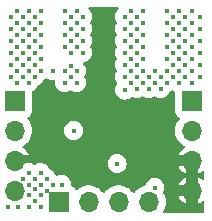
<source format=gbr>
%TF.GenerationSoftware,KiCad,Pcbnew,8.0.0*%
%TF.CreationDate,2024-08-25T13:37:12+02:00*%
%TF.ProjectId,Detector_PTFE_FR4_4_warstwy,44657465-6374-46f7-925f-505446455f46,rev?*%
%TF.SameCoordinates,Original*%
%TF.FileFunction,Copper,L3,Inr*%
%TF.FilePolarity,Positive*%
%FSLAX46Y46*%
G04 Gerber Fmt 4.6, Leading zero omitted, Abs format (unit mm)*
G04 Created by KiCad (PCBNEW 8.0.0) date 2024-08-25 13:37:12*
%MOMM*%
%LPD*%
G01*
G04 APERTURE LIST*
%TA.AperFunction,CastellatedPad*%
%ADD10R,1.700000X1.700000*%
%TD*%
%TA.AperFunction,CastellatedPad*%
%ADD11O,1.700000X1.700000*%
%TD*%
%TA.AperFunction,ViaPad*%
%ADD12C,0.400000*%
%TD*%
G04 APERTURE END LIST*
D10*
%TO.N,GNDA*%
%TO.C,REF\u002A\u002A*%
X67183000Y-42775939D03*
D11*
%TO.N,ADC1_IN0_DET1*%
X69723000Y-42775939D03*
X72263000Y-42775939D03*
%TO.N,GNDA*%
X74803000Y-42775939D03*
%TD*%
D10*
%TO.N,GNDA*%
%TO.C,REF\u002A\u002A*%
X63500000Y-34163000D03*
D11*
%TO.N,Net-(C3-Pad2)*%
X63500000Y-36703000D03*
%TO.N,+5V*%
X63500000Y-39243000D03*
%TO.N,GNDA*%
X63500000Y-41783000D03*
%TD*%
D10*
%TO.N,ADC3_IN3_TEMP*%
%TO.C,REF\u002A\u002A*%
X78486000Y-34163000D03*
D11*
%TO.N,T_ADJ_1*%
X78486000Y-36703000D03*
%TO.N,+5V*%
X78486000Y-39243000D03*
X78486000Y-41783000D03*
%TD*%
D12*
%TO.N,GNDA*%
X69215000Y-29083000D03*
X66167000Y-41783000D03*
X63119000Y-31115000D03*
X76835000Y-31115000D03*
X73279000Y-30607000D03*
X64643000Y-27559000D03*
X74295000Y-32639000D03*
X79121000Y-30099000D03*
X68199000Y-28067000D03*
X78486000Y-31623000D03*
X65659000Y-27559000D03*
X64643000Y-26543000D03*
X73787000Y-28067000D03*
X64135000Y-30099000D03*
X73787000Y-29083000D03*
X64643000Y-42164000D03*
X78486000Y-29591000D03*
X72136000Y-39497000D03*
X65659000Y-26543000D03*
X65659000Y-42164000D03*
X68707000Y-31623000D03*
X64643000Y-29591000D03*
X76835000Y-29083000D03*
X79121000Y-27051000D03*
X76835000Y-28067000D03*
X72771000Y-31115000D03*
X78486000Y-27559000D03*
X63119000Y-27051000D03*
X64135000Y-40767000D03*
X65659000Y-40259000D03*
X63627000Y-26543000D03*
X77343000Y-31623000D03*
X77851000Y-28067000D03*
X78486000Y-30607000D03*
X77851000Y-29083000D03*
X64643000Y-31623000D03*
X65151000Y-40767000D03*
X76835000Y-30099000D03*
X68199000Y-31242000D03*
X63627000Y-32639000D03*
X63754000Y-43180000D03*
X76835000Y-32131000D03*
X73787000Y-33147000D03*
X67691000Y-29591000D03*
X66675000Y-31623000D03*
X73279000Y-31623000D03*
X65151000Y-31115000D03*
X63627000Y-27559000D03*
X74295000Y-26543000D03*
X68453000Y-36703000D03*
X67691000Y-32639000D03*
X75311000Y-32639000D03*
X79121000Y-32131000D03*
X65659000Y-29591000D03*
X77343000Y-29591000D03*
X67691000Y-31623000D03*
X68707000Y-29591000D03*
X63119000Y-29083000D03*
X75311000Y-41529000D03*
X76327000Y-27559000D03*
X72771000Y-30099000D03*
X66167000Y-40767000D03*
X67691000Y-26543000D03*
X74295000Y-30607000D03*
X65659000Y-30607000D03*
X79121000Y-31115000D03*
X65659000Y-41275000D03*
X68707000Y-27559000D03*
X65151000Y-28067000D03*
X65151000Y-42672000D03*
X64643000Y-32639000D03*
X72771000Y-28067000D03*
X66675000Y-41275000D03*
X74295000Y-27559000D03*
X64643000Y-41275000D03*
X74295000Y-31623000D03*
X65151000Y-30099000D03*
X64135000Y-29083000D03*
X63627000Y-31623000D03*
X64643000Y-28575000D03*
X65151000Y-41656000D03*
X65151000Y-29083000D03*
X72771000Y-29083000D03*
X68199000Y-32131000D03*
X73787000Y-27051000D03*
X78486000Y-32639000D03*
X69215000Y-30099000D03*
X74295000Y-28575000D03*
X64135000Y-32131000D03*
X74803000Y-33147000D03*
X76327000Y-30607000D03*
X77851000Y-31115000D03*
X76327000Y-32639000D03*
X74295000Y-29591000D03*
X75311000Y-31623000D03*
X77343000Y-30607000D03*
X65151000Y-32131000D03*
X69215000Y-28067000D03*
X72771000Y-27051000D03*
X65659000Y-28575000D03*
X79121000Y-28067000D03*
X77851000Y-32131000D03*
X76835000Y-27051000D03*
X79121000Y-29083000D03*
X68199000Y-30099000D03*
X68707000Y-26543000D03*
X63119000Y-28067000D03*
X72771000Y-33274000D03*
X78486000Y-28575000D03*
X64643000Y-40259000D03*
X72771000Y-32131000D03*
X74803000Y-32131000D03*
X77851000Y-30099000D03*
X75819000Y-33147000D03*
X73279000Y-27559000D03*
X73787000Y-32131000D03*
X64135000Y-28067000D03*
X68707000Y-28575000D03*
X63119000Y-30099000D03*
X73279000Y-26543000D03*
X77851000Y-27051000D03*
X76327000Y-28575000D03*
X68707000Y-32639000D03*
X65659000Y-31623000D03*
X77343000Y-27559000D03*
X64135000Y-31115000D03*
X63627000Y-28575000D03*
X65659000Y-43180000D03*
X65151000Y-27051000D03*
X73279000Y-32639000D03*
X68199000Y-29083000D03*
X63119000Y-32131000D03*
X73787000Y-30099000D03*
X73279000Y-29591000D03*
X76327000Y-29591000D03*
X68199000Y-27051000D03*
X63627000Y-30607000D03*
X76327000Y-31623000D03*
X73787000Y-31115000D03*
X62865000Y-43180000D03*
X76327000Y-26543000D03*
X73279000Y-28575000D03*
X67691000Y-27559000D03*
X64643000Y-43180000D03*
X64135000Y-27051000D03*
X77343000Y-32639000D03*
X64643000Y-30607000D03*
X69215000Y-27051000D03*
X67691000Y-28575000D03*
X75819000Y-32131000D03*
X77343000Y-28575000D03*
X77343000Y-26543000D03*
X67437000Y-41275000D03*
X78486000Y-26543000D03*
X63627000Y-29591000D03*
%TD*%
%TA.AperFunction,Conductor*%
%TO.N,+5V*%
G36*
X72246606Y-26281407D02*
G01*
X72282570Y-26330907D01*
X72282570Y-26392093D01*
X72258420Y-26431501D01*
X72162500Y-26527422D01*
X72141181Y-26548741D01*
X72045211Y-26701476D01*
X72045211Y-26701477D01*
X71985633Y-26871738D01*
X71985632Y-26871742D01*
X71965435Y-27051000D01*
X71985632Y-27230257D01*
X71985633Y-27230261D01*
X72045211Y-27400522D01*
X72045211Y-27400523D01*
X72111693Y-27506329D01*
X72126643Y-27565660D01*
X72111693Y-27611671D01*
X72045211Y-27717476D01*
X72045211Y-27717477D01*
X71985633Y-27887738D01*
X71985632Y-27887742D01*
X71965435Y-28067000D01*
X71985632Y-28246257D01*
X71985633Y-28246261D01*
X72045211Y-28416522D01*
X72045211Y-28416523D01*
X72111693Y-28522329D01*
X72126643Y-28581660D01*
X72111693Y-28627671D01*
X72045211Y-28733476D01*
X72045211Y-28733477D01*
X71985633Y-28903738D01*
X71985632Y-28903742D01*
X71965435Y-29083000D01*
X71985632Y-29262257D01*
X71985633Y-29262261D01*
X72045211Y-29432522D01*
X72045211Y-29432523D01*
X72111693Y-29538329D01*
X72126643Y-29597660D01*
X72111693Y-29643671D01*
X72045211Y-29749476D01*
X72045211Y-29749477D01*
X71985633Y-29919738D01*
X71985632Y-29919742D01*
X71965435Y-30099000D01*
X71985632Y-30278257D01*
X71985633Y-30278261D01*
X72045211Y-30448522D01*
X72045211Y-30448523D01*
X72111693Y-30554329D01*
X72126643Y-30613660D01*
X72111693Y-30659671D01*
X72045211Y-30765476D01*
X72045211Y-30765477D01*
X71985633Y-30935738D01*
X71985632Y-30935742D01*
X71965435Y-31115000D01*
X71985632Y-31294257D01*
X71985633Y-31294261D01*
X72045211Y-31464522D01*
X72045211Y-31464523D01*
X72111693Y-31570329D01*
X72126643Y-31629660D01*
X72111693Y-31675671D01*
X72045211Y-31781476D01*
X72045211Y-31781477D01*
X71985633Y-31951738D01*
X71985632Y-31951742D01*
X71965435Y-32131000D01*
X71985632Y-32310257D01*
X71985633Y-32310261D01*
X72045211Y-32480522D01*
X72045211Y-32480523D01*
X72141181Y-32633258D01*
X72144648Y-32637605D01*
X72143494Y-32638525D01*
X72168198Y-32687028D01*
X72158617Y-32747459D01*
X72144321Y-32767134D01*
X72144648Y-32767395D01*
X72141181Y-32771741D01*
X72045211Y-32924476D01*
X72045211Y-32924477D01*
X71985633Y-33094738D01*
X71985632Y-33094742D01*
X71965435Y-33274000D01*
X71985632Y-33453257D01*
X71985633Y-33453261D01*
X72045211Y-33623522D01*
X72045211Y-33623523D01*
X72141181Y-33776258D01*
X72141184Y-33776262D01*
X72268738Y-33903816D01*
X72268740Y-33903817D01*
X72268741Y-33903818D01*
X72346321Y-33952565D01*
X72421478Y-33999789D01*
X72489657Y-34023646D01*
X72591738Y-34059366D01*
X72591742Y-34059367D01*
X72591745Y-34059368D01*
X72771000Y-34079565D01*
X72950255Y-34059368D01*
X73120522Y-33999789D01*
X73273262Y-33903816D01*
X73299856Y-33877222D01*
X73354372Y-33849443D01*
X73414805Y-33859014D01*
X73422533Y-33863399D01*
X73437473Y-33872787D01*
X73437476Y-33872787D01*
X73437478Y-33872789D01*
X73526145Y-33903815D01*
X73607738Y-33932366D01*
X73607742Y-33932367D01*
X73607745Y-33932368D01*
X73787000Y-33952565D01*
X73966255Y-33932368D01*
X74136522Y-33872789D01*
X74242329Y-33806306D01*
X74301659Y-33791356D01*
X74347671Y-33806306D01*
X74453474Y-33872787D01*
X74453478Y-33872789D01*
X74466147Y-33877222D01*
X74623738Y-33932366D01*
X74623742Y-33932367D01*
X74623745Y-33932368D01*
X74803000Y-33952565D01*
X74982255Y-33932368D01*
X75152522Y-33872789D01*
X75258329Y-33806306D01*
X75317659Y-33791356D01*
X75363671Y-33806306D01*
X75469474Y-33872787D01*
X75469478Y-33872789D01*
X75482147Y-33877222D01*
X75639738Y-33932366D01*
X75639742Y-33932367D01*
X75639745Y-33932368D01*
X75819000Y-33952565D01*
X75998255Y-33932368D01*
X76168522Y-33872789D01*
X76321262Y-33776816D01*
X76448816Y-33649262D01*
X76544789Y-33496522D01*
X76563188Y-33443937D01*
X76600252Y-33395257D01*
X76623936Y-33383188D01*
X76676522Y-33364789D01*
X76782329Y-33298305D01*
X76841658Y-33283356D01*
X76887670Y-33298306D01*
X76989171Y-33362083D01*
X77028383Y-33409052D01*
X77035500Y-33445909D01*
X77035500Y-35052357D01*
X77035501Y-35052362D01*
X77050955Y-35169758D01*
X77050957Y-35169766D01*
X77111462Y-35315838D01*
X77111462Y-35315839D01*
X77111464Y-35315841D01*
X77207718Y-35441282D01*
X77333159Y-35537536D01*
X77386242Y-35559523D01*
X77432767Y-35599259D01*
X77447051Y-35658753D01*
X77423637Y-35715281D01*
X77421193Y-35718037D01*
X77337427Y-35809032D01*
X77205953Y-36010267D01*
X77205950Y-36010272D01*
X77109388Y-36230414D01*
X77050379Y-36463437D01*
X77050379Y-36463438D01*
X77030529Y-36703000D01*
X77050379Y-36942561D01*
X77050379Y-36942562D01*
X77078225Y-37052523D01*
X77109390Y-37175591D01*
X77122405Y-37205262D01*
X77205950Y-37395727D01*
X77205953Y-37395732D01*
X77337425Y-37596964D01*
X77337427Y-37596966D01*
X77337429Y-37596969D01*
X77500236Y-37773825D01*
X77689933Y-37921472D01*
X77833355Y-37999088D01*
X77875532Y-38043411D01*
X77883602Y-38104062D01*
X77854481Y-38157873D01*
X77843019Y-38167251D01*
X77679450Y-38281783D01*
X77524783Y-38436450D01*
X77399331Y-38615615D01*
X77399327Y-38615623D01*
X77339931Y-38742998D01*
X77339932Y-38743000D01*
X78420174Y-38743000D01*
X78293007Y-38777075D01*
X78178993Y-38842901D01*
X78085901Y-38935993D01*
X78020075Y-39050007D01*
X77986000Y-39177174D01*
X77986000Y-39308826D01*
X78020075Y-39435993D01*
X78085901Y-39550007D01*
X78178993Y-39643099D01*
X78293007Y-39708925D01*
X78420174Y-39743000D01*
X78551826Y-39743000D01*
X78678993Y-39708925D01*
X78793007Y-39643099D01*
X78886099Y-39550007D01*
X78951925Y-39435993D01*
X78986000Y-39308826D01*
X78986000Y-40389066D01*
X79113387Y-40329666D01*
X79113388Y-40329666D01*
X79292549Y-40204216D01*
X79359496Y-40137270D01*
X79414013Y-40109493D01*
X79474445Y-40119064D01*
X79517710Y-40162329D01*
X79528500Y-40207274D01*
X79528500Y-40818726D01*
X79509593Y-40876917D01*
X79460093Y-40912881D01*
X79398907Y-40912881D01*
X79359496Y-40888730D01*
X79292549Y-40821783D01*
X79113386Y-40696332D01*
X78986000Y-40636931D01*
X78986000Y-41717174D01*
X78951925Y-41590007D01*
X78886099Y-41475993D01*
X78793007Y-41382901D01*
X78678993Y-41317075D01*
X78551826Y-41283000D01*
X78420174Y-41283000D01*
X78293007Y-41317075D01*
X78178993Y-41382901D01*
X78085901Y-41475993D01*
X78020075Y-41590007D01*
X77986000Y-41717174D01*
X77986000Y-41848826D01*
X78020075Y-41975993D01*
X78085901Y-42090007D01*
X78178993Y-42183099D01*
X78293007Y-42248925D01*
X78420174Y-42283000D01*
X78551826Y-42283000D01*
X78678993Y-42248925D01*
X78793007Y-42183099D01*
X78886099Y-42090007D01*
X78951925Y-41975993D01*
X78986000Y-41848826D01*
X78986000Y-42929066D01*
X79113387Y-42869666D01*
X79113388Y-42869666D01*
X79292549Y-42744216D01*
X79359496Y-42677270D01*
X79414013Y-42649493D01*
X79474445Y-42659064D01*
X79517710Y-42702329D01*
X79528500Y-42747274D01*
X79528500Y-43615500D01*
X79509593Y-43673691D01*
X79460093Y-43709655D01*
X79429500Y-43714500D01*
X76105374Y-43714500D01*
X76047183Y-43695593D01*
X76011219Y-43646093D01*
X76011219Y-43584907D01*
X76022495Y-43561352D01*
X76083046Y-43468671D01*
X76083049Y-43468667D01*
X76179610Y-43248530D01*
X76238620Y-43015502D01*
X76258471Y-42775939D01*
X76238620Y-42536376D01*
X76179610Y-42303348D01*
X76170685Y-42283000D01*
X77339931Y-42283000D01*
X77399332Y-42410386D01*
X77524783Y-42589549D01*
X77679450Y-42744216D01*
X77858611Y-42869666D01*
X77986000Y-42929067D01*
X77986000Y-42283001D01*
X77985999Y-42283000D01*
X77339931Y-42283000D01*
X76170685Y-42283000D01*
X76083049Y-42083211D01*
X76028601Y-41999873D01*
X76012603Y-41940819D01*
X76027654Y-41893058D01*
X76036789Y-41878522D01*
X76096368Y-41708255D01*
X76116565Y-41529000D01*
X76096368Y-41349745D01*
X76094763Y-41345159D01*
X76073013Y-41282998D01*
X77339931Y-41282998D01*
X77339932Y-41283000D01*
X77985999Y-41283000D01*
X77986000Y-41282999D01*
X77986000Y-40636931D01*
X77985998Y-40636931D01*
X77858623Y-40696327D01*
X77858615Y-40696331D01*
X77679450Y-40821783D01*
X77524783Y-40976450D01*
X77399331Y-41155615D01*
X77399327Y-41155623D01*
X77339931Y-41282998D01*
X76073013Y-41282998D01*
X76070214Y-41275000D01*
X76036789Y-41179478D01*
X75940816Y-41026738D01*
X75813262Y-40899184D01*
X75813259Y-40899182D01*
X75813258Y-40899181D01*
X75660523Y-40803211D01*
X75490261Y-40743633D01*
X75490257Y-40743632D01*
X75311000Y-40723435D01*
X75131742Y-40743632D01*
X75131738Y-40743633D01*
X74961477Y-40803211D01*
X74961476Y-40803211D01*
X74808741Y-40899181D01*
X74681181Y-41026741D01*
X74585211Y-41179476D01*
X74585211Y-41179477D01*
X74544270Y-41296478D01*
X74507204Y-41345159D01*
X74467124Y-41361429D01*
X74445708Y-41365003D01*
X74218340Y-41443058D01*
X74006932Y-41557467D01*
X74006929Y-41557469D01*
X73817239Y-41705111D01*
X73817236Y-41705113D01*
X73817236Y-41705114D01*
X73758262Y-41769177D01*
X73654427Y-41881972D01*
X73615879Y-41940974D01*
X73568223Y-41979347D01*
X73507113Y-41982380D01*
X73455891Y-41948915D01*
X73450121Y-41940974D01*
X73411572Y-41881972D01*
X73411571Y-41881970D01*
X73248764Y-41705114D01*
X73200811Y-41667790D01*
X73059070Y-41557469D01*
X73059067Y-41557467D01*
X72847659Y-41443058D01*
X72726321Y-41401403D01*
X72620297Y-41365005D01*
X72620294Y-41365004D01*
X72620293Y-41365004D01*
X72383192Y-41325439D01*
X72142808Y-41325439D01*
X71905706Y-41365004D01*
X71678340Y-41443058D01*
X71466932Y-41557467D01*
X71466929Y-41557469D01*
X71277239Y-41705111D01*
X71277236Y-41705113D01*
X71277236Y-41705114D01*
X71218262Y-41769177D01*
X71114427Y-41881972D01*
X71075879Y-41940974D01*
X71028223Y-41979347D01*
X70967113Y-41982380D01*
X70915891Y-41948915D01*
X70910121Y-41940974D01*
X70871572Y-41881972D01*
X70871571Y-41881970D01*
X70708764Y-41705114D01*
X70660811Y-41667790D01*
X70519070Y-41557469D01*
X70519067Y-41557467D01*
X70307659Y-41443058D01*
X70186321Y-41401403D01*
X70080297Y-41365005D01*
X70080294Y-41365004D01*
X70080293Y-41365004D01*
X69843192Y-41325439D01*
X69602808Y-41325439D01*
X69365706Y-41365004D01*
X69138340Y-41443058D01*
X68926932Y-41557467D01*
X68926929Y-41557469D01*
X68737232Y-41705117D01*
X68735999Y-41706252D01*
X68735452Y-41706502D01*
X68734005Y-41707629D01*
X68733739Y-41707287D01*
X68680376Y-41731743D01*
X68620393Y-41719671D01*
X68578962Y-41674648D01*
X68577497Y-41671288D01*
X68557537Y-41623100D01*
X68557537Y-41623099D01*
X68461286Y-41497662D01*
X68461285Y-41497661D01*
X68461282Y-41497657D01*
X68461277Y-41497653D01*
X68461276Y-41497652D01*
X68390127Y-41443058D01*
X68335841Y-41401403D01*
X68317856Y-41393953D01*
X68301949Y-41387364D01*
X68255424Y-41347626D01*
X68241141Y-41288131D01*
X68241459Y-41284812D01*
X68242565Y-41275000D01*
X68222368Y-41095745D01*
X68162789Y-40925478D01*
X68146267Y-40899184D01*
X68066818Y-40772741D01*
X68066817Y-40772740D01*
X68066816Y-40772738D01*
X67939262Y-40645184D01*
X67939259Y-40645182D01*
X67939258Y-40645181D01*
X67786523Y-40549211D01*
X67616261Y-40489633D01*
X67616257Y-40489632D01*
X67437000Y-40469435D01*
X67257742Y-40489632D01*
X67257738Y-40489633D01*
X67088697Y-40548784D01*
X67027527Y-40550157D01*
X67023310Y-40548787D01*
X66971935Y-40530810D01*
X66923255Y-40493745D01*
X66911190Y-40470068D01*
X66892789Y-40417478D01*
X66796816Y-40264738D01*
X66669262Y-40137184D01*
X66669259Y-40137182D01*
X66669258Y-40137181D01*
X66516523Y-40041211D01*
X66463935Y-40022810D01*
X66415255Y-39985745D01*
X66403190Y-39962068D01*
X66384789Y-39909478D01*
X66288816Y-39756738D01*
X66161262Y-39629184D01*
X66161259Y-39629182D01*
X66161258Y-39629181D01*
X66008523Y-39533211D01*
X65905039Y-39497000D01*
X71330435Y-39497000D01*
X71350632Y-39676257D01*
X71350633Y-39676261D01*
X71410211Y-39846522D01*
X71410211Y-39846523D01*
X71506181Y-39999258D01*
X71506184Y-39999262D01*
X71633738Y-40126816D01*
X71633740Y-40126817D01*
X71633741Y-40126818D01*
X71690256Y-40162329D01*
X71786478Y-40222789D01*
X71854657Y-40246646D01*
X71956738Y-40282366D01*
X71956742Y-40282367D01*
X71956745Y-40282368D01*
X72136000Y-40302565D01*
X72315255Y-40282368D01*
X72485522Y-40222789D01*
X72638262Y-40126816D01*
X72765816Y-39999262D01*
X72861789Y-39846522D01*
X72898013Y-39743000D01*
X77339931Y-39743000D01*
X77399332Y-39870386D01*
X77524783Y-40049549D01*
X77679450Y-40204216D01*
X77858611Y-40329666D01*
X77986000Y-40389067D01*
X77986000Y-39743001D01*
X77985999Y-39743000D01*
X77339931Y-39743000D01*
X72898013Y-39743000D01*
X72921368Y-39676255D01*
X72941565Y-39497000D01*
X72921368Y-39317745D01*
X72861789Y-39147478D01*
X72765816Y-38994738D01*
X72638262Y-38867184D01*
X72638259Y-38867182D01*
X72638258Y-38867181D01*
X72485523Y-38771211D01*
X72315261Y-38711633D01*
X72315257Y-38711632D01*
X72136000Y-38691435D01*
X71956742Y-38711632D01*
X71956738Y-38711633D01*
X71786477Y-38771211D01*
X71786476Y-38771211D01*
X71633741Y-38867181D01*
X71506181Y-38994741D01*
X71410211Y-39147476D01*
X71410211Y-39147477D01*
X71350633Y-39317738D01*
X71350632Y-39317742D01*
X71330435Y-39497000D01*
X65905039Y-39497000D01*
X65838261Y-39473633D01*
X65838257Y-39473632D01*
X65659000Y-39453435D01*
X65479742Y-39473632D01*
X65479738Y-39473633D01*
X65309477Y-39533211D01*
X65309476Y-39533211D01*
X65203671Y-39599693D01*
X65144340Y-39614643D01*
X65098329Y-39599693D01*
X64992523Y-39533211D01*
X64822261Y-39473633D01*
X64822257Y-39473632D01*
X64643000Y-39453435D01*
X64463742Y-39473632D01*
X64463738Y-39473633D01*
X64293477Y-39533211D01*
X64293476Y-39533211D01*
X64140741Y-39629181D01*
X64140736Y-39629185D01*
X64055917Y-39714004D01*
X64001400Y-39741781D01*
X63985914Y-39743000D01*
X63565826Y-39743000D01*
X63692993Y-39708925D01*
X63807007Y-39643099D01*
X63900099Y-39550007D01*
X63965925Y-39435993D01*
X64000000Y-39308826D01*
X64000000Y-39177174D01*
X63965925Y-39050007D01*
X63900099Y-38935993D01*
X63807007Y-38842901D01*
X63692993Y-38777075D01*
X63565826Y-38743000D01*
X64646068Y-38743000D01*
X64646068Y-38742998D01*
X64586672Y-38615623D01*
X64586668Y-38615615D01*
X64461216Y-38436450D01*
X64306549Y-38281783D01*
X64142981Y-38167251D01*
X64106159Y-38118386D01*
X64105091Y-38057210D01*
X64140185Y-38007090D01*
X64152639Y-37999090D01*
X64296067Y-37921472D01*
X64485764Y-37773825D01*
X64648571Y-37596969D01*
X64780049Y-37395728D01*
X64876610Y-37175591D01*
X64935620Y-36942563D01*
X64955471Y-36703000D01*
X67647435Y-36703000D01*
X67667632Y-36882257D01*
X67667633Y-36882261D01*
X67727211Y-37052522D01*
X67727211Y-37052523D01*
X67804540Y-37175591D01*
X67823184Y-37205262D01*
X67950738Y-37332816D01*
X67950740Y-37332817D01*
X67950741Y-37332818D01*
X68050861Y-37395728D01*
X68103478Y-37428789D01*
X68168868Y-37451670D01*
X68273738Y-37488366D01*
X68273742Y-37488367D01*
X68273745Y-37488368D01*
X68453000Y-37508565D01*
X68632255Y-37488368D01*
X68802522Y-37428789D01*
X68955262Y-37332816D01*
X69082816Y-37205262D01*
X69178789Y-37052522D01*
X69238368Y-36882255D01*
X69258565Y-36703000D01*
X69238368Y-36523745D01*
X69178789Y-36353478D01*
X69082816Y-36200738D01*
X68955262Y-36073184D01*
X68955259Y-36073182D01*
X68955258Y-36073181D01*
X68802523Y-35977211D01*
X68632261Y-35917633D01*
X68632257Y-35917632D01*
X68453000Y-35897435D01*
X68273742Y-35917632D01*
X68273738Y-35917633D01*
X68103477Y-35977211D01*
X68103476Y-35977211D01*
X67950741Y-36073181D01*
X67823181Y-36200741D01*
X67727211Y-36353476D01*
X67727211Y-36353477D01*
X67667633Y-36523738D01*
X67667632Y-36523742D01*
X67647435Y-36703000D01*
X64955471Y-36703000D01*
X64935620Y-36463437D01*
X64876610Y-36230409D01*
X64780049Y-36010272D01*
X64758449Y-35977211D01*
X64648574Y-35809035D01*
X64648572Y-35809033D01*
X64648571Y-35809031D01*
X64564805Y-35718037D01*
X64539305Y-35662420D01*
X64551366Y-35602435D01*
X64596382Y-35560995D01*
X64599698Y-35559548D01*
X64652841Y-35537536D01*
X64778282Y-35441282D01*
X64874536Y-35315841D01*
X64935044Y-35169762D01*
X64950500Y-35052361D01*
X64950499Y-33445908D01*
X64969406Y-33387718D01*
X64996826Y-33362084D01*
X65145262Y-33268816D01*
X65272816Y-33141262D01*
X65368789Y-32988522D01*
X65387188Y-32935937D01*
X65424252Y-32887257D01*
X65447936Y-32875188D01*
X65500522Y-32856789D01*
X65653262Y-32760816D01*
X65780816Y-32633262D01*
X65876789Y-32480522D01*
X65895188Y-32427937D01*
X65932252Y-32379257D01*
X65955936Y-32367188D01*
X66008522Y-32348789D01*
X66114329Y-32282305D01*
X66173658Y-32267356D01*
X66219670Y-32282306D01*
X66325476Y-32348788D01*
X66325478Y-32348789D01*
X66393657Y-32372646D01*
X66495738Y-32408366D01*
X66495742Y-32408367D01*
X66495745Y-32408368D01*
X66675000Y-32428565D01*
X66788795Y-32415743D01*
X66848735Y-32428017D01*
X66890015Y-32473179D01*
X66898256Y-32525205D01*
X66885435Y-32638999D01*
X66905632Y-32818257D01*
X66905633Y-32818261D01*
X66965211Y-32988522D01*
X66965211Y-32988523D01*
X67031955Y-33094745D01*
X67061184Y-33141262D01*
X67188738Y-33268816D01*
X67341478Y-33364789D01*
X67407005Y-33387718D01*
X67511738Y-33424366D01*
X67511742Y-33424367D01*
X67511745Y-33424368D01*
X67691000Y-33444565D01*
X67870255Y-33424368D01*
X68040522Y-33364789D01*
X68146329Y-33298306D01*
X68205659Y-33283356D01*
X68251671Y-33298306D01*
X68357478Y-33364789D01*
X68423005Y-33387718D01*
X68527738Y-33424366D01*
X68527742Y-33424367D01*
X68527745Y-33424368D01*
X68707000Y-33444565D01*
X68886255Y-33424368D01*
X69056522Y-33364789D01*
X69209262Y-33268816D01*
X69336816Y-33141262D01*
X69432789Y-32988522D01*
X69492368Y-32818255D01*
X69512565Y-32639000D01*
X69492368Y-32459745D01*
X69481457Y-32428564D01*
X69465491Y-32382935D01*
X69432789Y-32289478D01*
X69366306Y-32183671D01*
X69351356Y-32124341D01*
X69366306Y-32078329D01*
X69432788Y-31972523D01*
X69432789Y-31972522D01*
X69492368Y-31802255D01*
X69512565Y-31623000D01*
X69492368Y-31443745D01*
X69432789Y-31273478D01*
X69336816Y-31120738D01*
X69275559Y-31059481D01*
X69247784Y-31004967D01*
X69257355Y-30944535D01*
X69300620Y-30901270D01*
X69334476Y-30891103D01*
X69394255Y-30884368D01*
X69564522Y-30824789D01*
X69717262Y-30728816D01*
X69844816Y-30601262D01*
X69940789Y-30448522D01*
X70000368Y-30278255D01*
X70020565Y-30099000D01*
X70000368Y-29919745D01*
X69940789Y-29749478D01*
X69874306Y-29643671D01*
X69859356Y-29584341D01*
X69874306Y-29538329D01*
X69940788Y-29432523D01*
X69940789Y-29432522D01*
X70000368Y-29262255D01*
X70020565Y-29083000D01*
X70000368Y-28903745D01*
X69940789Y-28733478D01*
X69874306Y-28627671D01*
X69859356Y-28568341D01*
X69874306Y-28522329D01*
X69940788Y-28416523D01*
X69940789Y-28416522D01*
X70000368Y-28246255D01*
X70020565Y-28067000D01*
X70000368Y-27887745D01*
X69940789Y-27717478D01*
X69874306Y-27611671D01*
X69859356Y-27552341D01*
X69874306Y-27506329D01*
X69940788Y-27400523D01*
X69940789Y-27400522D01*
X70000368Y-27230255D01*
X70020565Y-27051000D01*
X70000368Y-26871745D01*
X69940789Y-26701478D01*
X69844816Y-26548738D01*
X69727579Y-26431501D01*
X69699804Y-26376987D01*
X69709375Y-26316555D01*
X69752640Y-26273290D01*
X69797585Y-26262500D01*
X72188415Y-26262500D01*
X72246606Y-26281407D01*
G37*
%TD.AperFunction*%
%TA.AperFunction,Conductor*%
G36*
X63034075Y-39435993D02*
G01*
X63099901Y-39550007D01*
X63192993Y-39643099D01*
X63307007Y-39708925D01*
X63434174Y-39743000D01*
X63099000Y-39743000D01*
X63040809Y-39724093D01*
X63004845Y-39674593D01*
X63000000Y-39644000D01*
X63000000Y-39308826D01*
X63034075Y-39435993D01*
G37*
%TD.AperFunction*%
%TA.AperFunction,Conductor*%
G36*
X63307007Y-38777075D02*
G01*
X63192993Y-38842901D01*
X63099901Y-38935993D01*
X63034075Y-39050007D01*
X63000000Y-39177174D01*
X63000000Y-38842000D01*
X63018907Y-38783809D01*
X63068407Y-38747845D01*
X63099000Y-38743000D01*
X63434174Y-38743000D01*
X63307007Y-38777075D01*
G37*
%TD.AperFunction*%
%TA.AperFunction,Conductor*%
G36*
X78945191Y-38761907D02*
G01*
X78981155Y-38811407D01*
X78986000Y-38842000D01*
X78986000Y-39177174D01*
X78951925Y-39050007D01*
X78886099Y-38935993D01*
X78793007Y-38842901D01*
X78678993Y-38777075D01*
X78551826Y-38743000D01*
X78887000Y-38743000D01*
X78945191Y-38761907D01*
G37*
%TD.AperFunction*%
%TD*%
M02*

</source>
